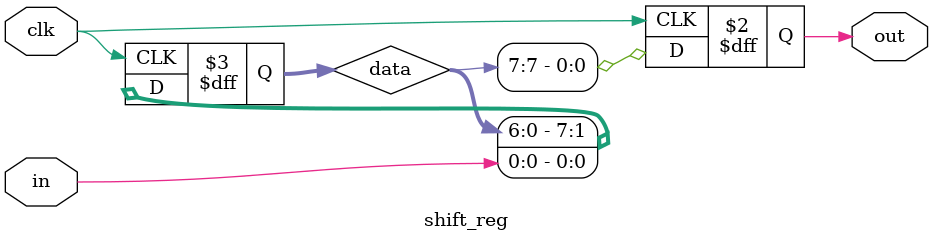
<source format=v>
module shift_reg
#(
    parameter SIZE = 8
)
(
    input in, clk,
    output reg out
);
    reg [SIZE-1:0] data;

    always @ (posedge clk)
    begin
        out <= data[SIZE-1];
        data <= {data[SIZE-2:0], in};
    end
endmodule


</source>
